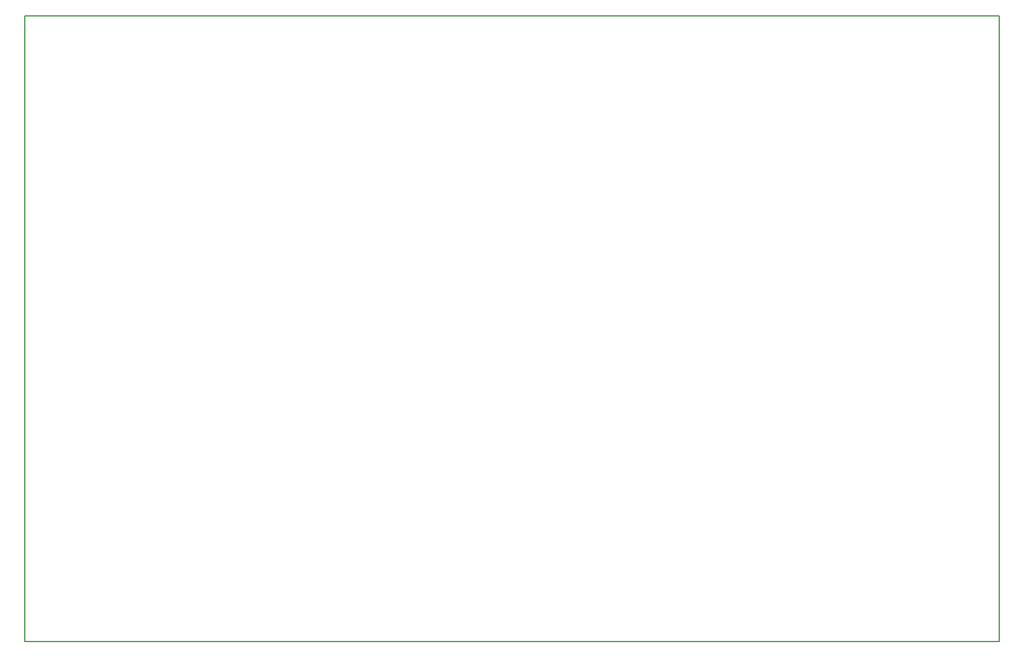
<source format=gm1>
%TF.GenerationSoftware,KiCad,Pcbnew,(5.99.0-7040-g8c08b861ab)*%
%TF.CreationDate,2021-03-18T10:44:17+08:00*%
%TF.ProjectId,PicoIndustrial,5069636f-496e-4647-9573-747269616c2e,rev?*%
%TF.SameCoordinates,Original*%
%TF.FileFunction,Profile,NP*%
%FSLAX46Y46*%
G04 Gerber Fmt 4.6, Leading zero omitted, Abs format (unit mm)*
G04 Created by KiCad (PCBNEW (5.99.0-7040-g8c08b861ab)) date 2021-03-18 10:44:17*
%MOMM*%
%LPD*%
G01*
G04 APERTURE LIST*
%TA.AperFunction,Profile*%
%ADD10C,0.150000*%
%TD*%
G04 APERTURE END LIST*
D10*
X195000000Y-145000000D02*
X195000000Y-55000000D01*
X195000000Y-55000000D02*
X55000000Y-55000000D01*
X55000000Y-145000000D02*
X195000000Y-145000000D01*
X55000000Y-55000000D02*
X55000000Y-145000000D01*
M02*

</source>
